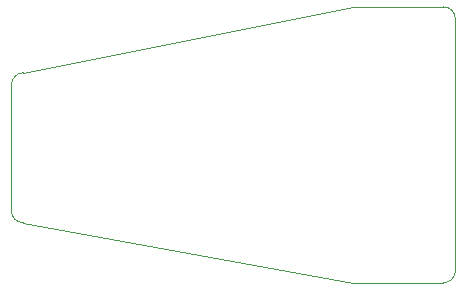
<source format=gbr>
%TF.GenerationSoftware,KiCad,Pcbnew,5.1.6-c6e7f7d~86~ubuntu20.04.1*%
%TF.CreationDate,2020-07-12T19:52:35-07:00*%
%TF.ProjectId,balun,62616c75-6e2e-46b6-9963-61645f706362,rev?*%
%TF.SameCoordinates,Original*%
%TF.FileFunction,Profile,NP*%
%FSLAX46Y46*%
G04 Gerber Fmt 4.6, Leading zero omitted, Abs format (unit mm)*
G04 Created by KiCad (PCBNEW 5.1.6-c6e7f7d~86~ubuntu20.04.1) date 2020-07-12 19:52:35*
%MOMM*%
%LPD*%
G01*
G04 APERTURE LIST*
%TA.AperFunction,Profile*%
%ADD10C,0.050000*%
%TD*%
G04 APERTURE END LIST*
D10*
X106172000Y-74676000D02*
X113792000Y-74676000D01*
X106172000Y-98044000D02*
X113792000Y-98044000D01*
X77216000Y-81280000D02*
X77216000Y-91948000D01*
X106172000Y-74676000D02*
X78232000Y-80264000D01*
X114808000Y-97028000D02*
X114808000Y-75692000D01*
X78232000Y-92964000D02*
X106172000Y-98044000D01*
X114808000Y-97028000D02*
G75*
G02*
X113792000Y-98044000I-1016000J0D01*
G01*
X77216000Y-81280000D02*
G75*
G02*
X78232000Y-80264000I1016000J0D01*
G01*
X113792000Y-74676000D02*
G75*
G02*
X114808000Y-75692000I0J-1016000D01*
G01*
X78232000Y-92964000D02*
G75*
G02*
X77216000Y-91948000I0J1016000D01*
G01*
M02*

</source>
